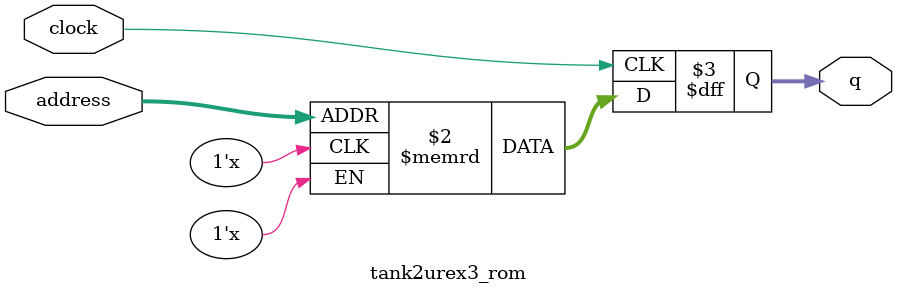
<source format=sv>
module tank2urex3_rom (
	input logic clock,
	input logic [9:0] address,
	output logic [3:0] q
);

logic [3:0] memory [0:1023] /* synthesis ram_init_file = "./tank2urex3/tank2urex3.mif" */;

always_ff @ (posedge clock) begin
	q <= memory[address];
end

endmodule

</source>
